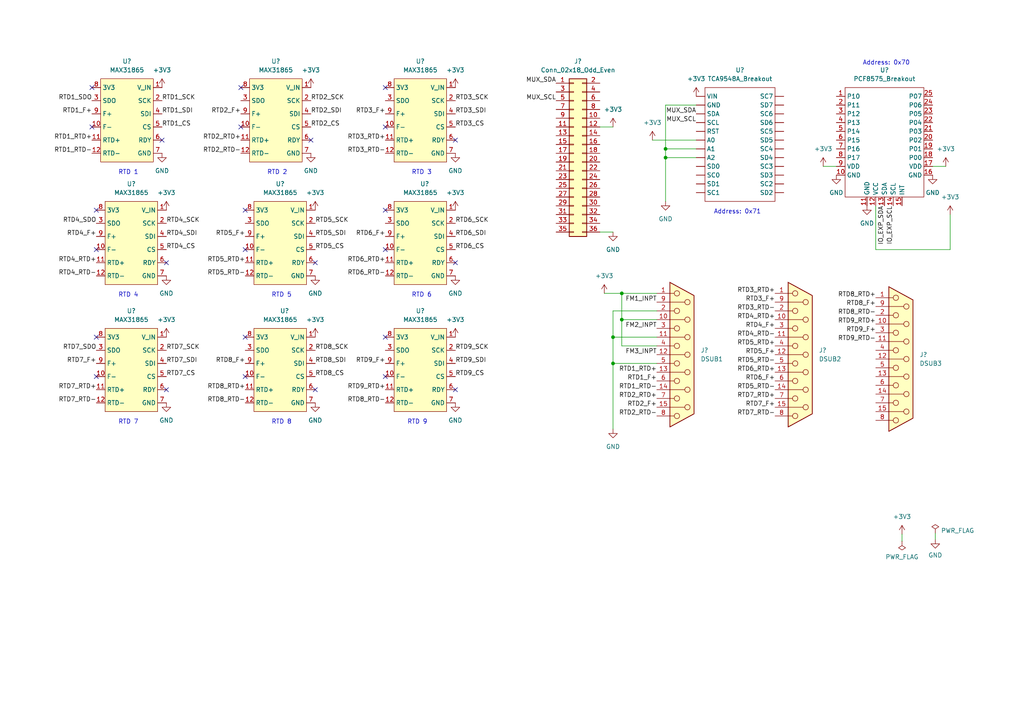
<source format=kicad_sch>
(kicad_sch (version 20211123) (generator eeschema)
  (paper "A4")
  (lib_symbols
    (symbol "Connector:DB15_Female" (pin_names (offset 1.016) hide)
      (property "Reference" "J" (at 0.508 21.59 0))
      (property "Value" "DB15_Female" (at 0 -22.225 0))
      (symbol "DB15_Female_0_1"
        (circle (center -1.778 -17.78) (radius 0.762))
        (circle (center -1.778 -12.7) (radius 0.762))
        (circle (center -1.778 -7.62) (radius 0.762))
        (circle (center -1.778 -2.54) (radius 0.762))
        (circle (center -1.778 2.54) (radius 0.762))
        (circle (center -1.778 7.62) (radius 0.762))
        (circle (center -1.778 12.7) (radius 0.762))
        (circle (center -1.778 17.78) (radius 0.762))
        (polyline (pts (xy -3.81 -17.78) (xy -2.54 -17.78)))
        (polyline (pts (xy -3.81 -15.24) (xy 0.508 -15.24)))
        (polyline (pts (xy -3.81 -12.7) (xy -2.54 -12.7)))
        (polyline (pts (xy -3.81 -10.16) (xy 0.508 -10.16)))
        (polyline (pts (xy -3.81 -7.62) (xy -2.54 -7.62)))
        (polyline (pts (xy -3.81 -5.08) (xy 0.508 -5.08)))
        (polyline (pts (xy -3.81 -2.54) (xy -2.54 -2.54)))
        (polyline (pts (xy -3.81 0) (xy 0.508 0)))
        (polyline (pts (xy -3.81 2.54) (xy -2.54 2.54)))
        (polyline (pts (xy -3.81 5.08) (xy 0.508 5.08)))
        (polyline (pts (xy -3.81 7.62) (xy -2.54 7.62)))
        (polyline (pts (xy -3.81 10.16) (xy 0.508 10.16)))
        (polyline (pts (xy -3.81 12.7) (xy -2.54 12.7)))
        (polyline (pts (xy -3.81 15.24) (xy 0.508 15.24)))
        (polyline (pts (xy -3.81 17.78) (xy -2.54 17.78)))
        (polyline (pts (xy -3.81 20.955) (xy 3.175 17.145) (xy 3.175 -17.145) (xy -3.81 -20.955) (xy -3.81 20.955)) (stroke (width 0.254)) (fill (type background)))
        (circle (center 1.27 -15.24) (radius 0.762))
        (circle (center 1.27 -10.16) (radius 0.762))
        (circle (center 1.27 -5.08) (radius 0.762))
        (circle (center 1.27 0) (radius 0.762))
        (circle (center 1.27 5.08) (radius 0.762))
        (circle (center 1.27 10.16) (radius 0.762))
        (circle (center 1.27 15.24) (radius 0.762))
      )
      (symbol "DB15_Female_1_1"
        (pin passive line (at -7.62 17.78 0) (length 3.81) (name "1") (number "1"))
        (pin passive line (at -7.62 10.16 0) (length 3.81) (name "P10") (number "10"))
        (pin passive line (at -7.62 5.08 0) (length 3.81) (name "P111") (number "11"))
        (pin passive line (at -7.62 0 0) (length 3.81) (name "P12") (number "12"))
        (pin passive line (at -7.62 -5.08 0) (length 3.81) (name "P13") (number "13"))
        (pin passive line (at -7.62 -10.16 0) (length 3.81) (name "P14") (number "14"))
        (pin passive line (at -7.62 -15.24 0) (length 3.81) (name "P15") (number "15"))
        (pin passive line (at -7.62 12.7 0) (length 3.81) (name "2") (number "2"))
        (pin passive line (at -7.62 7.62 0) (length 3.81) (name "3") (number "3"))
        (pin passive line (at -7.62 2.54 0) (length 3.81) (name "4") (number "4"))
        (pin passive line (at -7.62 -2.54 0) (length 3.81) (name "5") (number "5"))
        (pin passive line (at -7.62 -7.62 0) (length 3.81) (name "6") (number "6"))
        (pin passive line (at -7.62 -12.7 0) (length 3.81) (name "7") (number "7"))
        (pin passive line (at -7.62 -17.78 0) (length 3.81) (name "8") (number "8"))
        (pin passive line (at -7.62 15.24 0) (length 3.81) (name "P9") (number "9"))
      )
    )
    (symbol "Connector_Generic:Conn_02x18_Odd_Even" (pin_names (offset 1.016) hide)
      (property "Reference" "J" (at 1.27 22.86 0))
      (property "Value" "Conn_02x18_Odd_Even" (at 1.27 -25.4 0))
      (symbol "Conn_02x18_Odd_Even_1_1"
        (rectangle (start -1.27 -22.733) (end 0 -22.987) (stroke (width 0.1524)))
        (rectangle (start -1.27 -20.193) (end 0 -20.447) (stroke (width 0.1524)))
        (rectangle (start -1.27 -17.653) (end 0 -17.907) (stroke (width 0.1524)))
        (rectangle (start -1.27 -15.113) (end 0 -15.367) (stroke (width 0.1524)))
        (rectangle (start -1.27 -12.573) (end 0 -12.827) (stroke (width 0.1524)))
        (rectangle (start -1.27 -10.033) (end 0 -10.287) (stroke (width 0.1524)))
        (rectangle (start -1.27 -7.493) (end 0 -7.747) (stroke (width 0.1524)))
        (rectangle (start -1.27 -4.953) (end 0 -5.207) (stroke (width 0.1524)))
        (rectangle (start -1.27 -2.413) (end 0 -2.667) (stroke (width 0.1524)))
        (rectangle (start -1.27 0.127) (end 0 -0.127) (stroke (width 0.1524)))
        (rectangle (start -1.27 2.667) (end 0 2.413) (stroke (width 0.1524)))
        (rectangle (start -1.27 5.207) (end 0 4.953) (stroke (width 0.1524)))
        (rectangle (start -1.27 7.747) (end 0 7.493) (stroke (width 0.1524)))
        (rectangle (start -1.27 10.287) (end 0 10.033) (stroke (width 0.1524)))
        (rectangle (start -1.27 12.827) (end 0 12.573) (stroke (width 0.1524)))
        (rectangle (start -1.27 15.367) (end 0 15.113) (stroke (width 0.1524)))
        (rectangle (start -1.27 17.907) (end 0 17.653) (stroke (width 0.1524)))
        (rectangle (start -1.27 20.447) (end 0 20.193) (stroke (width 0.1524)))
        (rectangle (start -1.27 21.59) (end 3.81 -24.13) (stroke (width 0.254)) (fill (type background)))
        (rectangle (start 3.81 -22.733) (end 2.54 -22.987) (stroke (width 0.1524)))
        (rectangle (start 3.81 -20.193) (end 2.54 -20.447) (stroke (width 0.1524)))
        (rectangle (start 3.81 -17.653) (end 2.54 -17.907) (stroke (width 0.1524)))
        (rectangle (start 3.81 -15.113) (end 2.54 -15.367) (stroke (width 0.1524)))
        (rectangle (start 3.81 -12.573) (end 2.54 -12.827) (stroke (width 0.1524)))
        (rectangle (start 3.81 -10.033) (end 2.54 -10.287) (stroke (width 0.1524)))
        (rectangle (start 3.81 -7.493) (end 2.54 -7.747) (stroke (width 0.1524)))
        (rectangle (start 3.81 -4.953) (end 2.54 -5.207) (stroke (width 0.1524)))
        (rectangle (start 3.81 -2.413) (end 2.54 -2.667) (stroke (width 0.1524)))
        (rectangle (start 3.81 0.127) (end 2.54 -0.127) (stroke (width 0.1524)))
        (rectangle (start 3.81 2.667) (end 2.54 2.413) (stroke (width 0.1524)))
        (rectangle (start 3.81 5.207) (end 2.54 4.953) (stroke (width 0.1524)))
        (rectangle (start 3.81 7.747) (end 2.54 7.493) (stroke (width 0.1524)))
        (rectangle (start 3.81 10.287) (end 2.54 10.033) (stroke (width 0.1524)))
        (rectangle (start 3.81 12.827) (end 2.54 12.573) (stroke (width 0.1524)))
        (rectangle (start 3.81 15.367) (end 2.54 15.113) (stroke (width 0.1524)))
        (rectangle (start 3.81 17.907) (end 2.54 17.653) (stroke (width 0.1524)))
        (rectangle (start 3.81 20.447) (end 2.54 20.193) (stroke (width 0.1524)))
        (pin passive line (at -5.08 20.32 0) (length 3.81) (name "Pin_1") (number "1"))
        (pin passive line (at 7.62 10.16 180) (length 3.81) (name "Pin_10") (number "10"))
        (pin passive line (at -5.08 7.62 0) (length 3.81) (name "Pin_11") (number "11"))
        (pin passive line (at 7.62 7.62 180) (length 3.81) (name "Pin_12") (number "12"))
        (pin passive line (at -5.08 5.08 0) (length 3.81) (name "Pin_13") (number "13"))
        (pin passive line (at 7.62 5.08 180) (length 3.81) (name "Pin_14") (number "14"))
        (pin passive line (at -5.08 2.54 0) (length 3.81) (name "Pin_15") (number "15"))
        (pin passive line (at 7.62 2.54 180) (length 3.81) (name "Pin_16") (number "16"))
        (pin passive line (at -5.08 0 0) (length 3.81) (name "Pin_17") (number "17"))
        (pin passive line (at 7.62 0 180) (length 3.81) (name "Pin_18") (number "18"))
        (pin passive line (at -5.08 -2.54 0) (length 3.81) (name "Pin_19") (number "19"))
        (pin passive line (at 7.62 20.32 180) (length 3.81) (name "Pin_2") (number "2"))
        (pin passive line (at 7.62 -2.54 180) (length 3.81) (name "Pin_20") (number "20"))
        (pin passive line (at -5.08 -5.08 0) (length 3.81) (name "Pin_21") (number "21"))
        (pin passive line (at 7.62 -5.08 180) (length 3.81) (name "Pin_22") (number "22"))
        (pin passive line (at -5.08 -7.62 0) (length 3.81) (name "Pin_23") (number "23"))
        (pin passive line (at 7.62 -7.62 180) (length 3.81) (name "Pin_24") (number "24"))
        (pin passive line (at -5.08 -10.16 0) (length 3.81) (name "Pin_25") (number "25"))
        (pin passive line (at 7.62 -10.16 180) (length 3.81) (name "Pin_26") (number "26"))
        (pin passive line (at -5.08 -12.7 0) (length 3.81) (name "Pin_27") (number "27"))
        (pin passive line (at 7.62 -12.7 180) (length 3.81) (name "Pin_28") (number "28"))
        (pin passive line (at -5.08 -15.24 0) (length 3.81) (name "Pin_29") (number "29"))
        (pin passive line (at -5.08 17.78 0) (length 3.81) (name "Pin_3") (number "3"))
        (pin passive line (at 7.62 -15.24 180) (length 3.81) (name "Pin_30") (number "30"))
        (pin passive line (at -5.08 -17.78 0) (length 3.81) (name "Pin_31") (number "31"))
        (pin passive line (at 7.62 -17.78 180) (length 3.81) (name "Pin_32") (number "32"))
        (pin passive line (at -5.08 -20.32 0) (length 3.81) (name "Pin_33") (number "33"))
        (pin passive line (at 7.62 -20.32 180) (length 3.81) (name "Pin_34") (number "34"))
        (pin passive line (at -5.08 -22.86 0) (length 3.81) (name "Pin_35") (number "35"))
        (pin passive line (at 7.62 -22.86 180) (length 3.81) (name "Pin_36") (number "36"))
        (pin passive line (at 7.62 17.78 180) (length 3.81) (name "Pin_4") (number "4"))
        (pin passive line (at -5.08 15.24 0) (length 3.81) (name "Pin_5") (number "5"))
        (pin passive line (at 7.62 15.24 180) (length 3.81) (name "Pin_6") (number "6"))
        (pin passive line (at -5.08 12.7 0) (length 3.81) (name "Pin_7") (number "7"))
        (pin passive line (at 7.62 12.7 180) (length 3.81) (name "Pin_8") (number "8"))
        (pin passive line (at -5.08 10.16 0) (length 3.81) (name "Pin_9") (number "9"))
      )
    )
    (symbol "MAX31865:MAX31865"
      (property "Reference" "U" (at 0 11.43 0))
      (property "Value" "MAX31865" (at 0 8.89 0))
      (symbol "MAX31865_0_1"
        (rectangle (start -6.35 6.35) (end 8.89 -17.78) (fill (type background)))
      )
      (symbol "MAX31865_1_1"
        (pin power_in line (at 11.43 3.81 180) (length 2.54) (name "V_IN") (number "1"))
        (pin input line (at -8.89 -7.62 0) (length 2.54) (name "F-") (number "10"))
        (pin input line (at -8.89 -11.43 0) (length 2.54) (name "RTD+") (number "11"))
        (pin input line (at -8.89 -15.24 0) (length 2.54) (name "RTD-") (number "12"))
        (pin input line (at 11.43 0 180) (length 2.54) (name "SCK") (number "2"))
        (pin output line (at -8.89 0 0) (length 2.54) (name "SDO") (number "3"))
        (pin input line (at 11.43 -3.81 180) (length 2.54) (name "SDI") (number "4"))
        (pin input line (at 11.43 -7.62 180) (length 2.54) (name "CS") (number "5"))
        (pin input line (at 11.43 -11.43 180) (length 2.54) (name "RDY") (number "6"))
        (pin power_in line (at 11.43 -15.24 180) (length 2.54) (name "GND") (number "7"))
        (pin power_out line (at -8.89 3.81 0) (length 2.54) (name "3V3") (number "8"))
        (pin input line (at -8.89 -3.81 0) (length 2.54) (name "F+") (number "9"))
      )
    )
    (symbol "PCF8575_Breakout:PCF8575_Breakout"
      (property "Reference" "U" (at 0 19.05 0))
      (property "Value" "PCF8575_Breakout" (at 0 16.51 0))
      (symbol "PCF8575_Breakout_0_1"
        (rectangle (start -11.43 13.97) (end 11.43 -17.78))
      )
      (symbol "PCF8575_Breakout_1_1"
        (pin bidirectional line (at -13.97 11.43 0) (length 2.54) (name "P10") (number "1"))
        (pin power_in line (at -13.97 -11.43 0) (length 2.54) (name "GND") (number "10"))
        (pin power_in line (at -5.08 -20.32 90) (length 2.54) (name "GND") (number "11"))
        (pin power_in line (at -2.54 -20.32 90) (length 2.54) (name "VCC") (number "12"))
        (pin bidirectional line (at 0 -20.32 90) (length 2.54) (name "SDA") (number "13"))
        (pin input line (at 2.54 -20.32 90) (length 2.54) (name "SCL") (number "14"))
        (pin output line (at 5.08 -20.32 90) (length 2.54) (name "INT") (number "15"))
        (pin power_in line (at 13.97 -11.43 180) (length 2.54) (name "GND") (number "16"))
        (pin power_in line (at 13.97 -8.89 180) (length 2.54) (name "VDD") (number "17"))
        (pin bidirectional line (at 13.97 -6.35 180) (length 2.54) (name "P00") (number "18"))
        (pin bidirectional line (at 13.97 -3.81 180) (length 2.54) (name "P01") (number "19"))
        (pin bidirectional line (at -13.97 8.89 0) (length 2.54) (name "P11") (number "2"))
        (pin bidirectional line (at 13.97 -1.27 180) (length 2.54) (name "P02") (number "20"))
        (pin bidirectional line (at 13.97 1.27 180) (length 2.54) (name "P03") (number "21"))
        (pin bidirectional line (at 13.97 3.81 180) (length 2.54) (name "P04") (number "22"))
        (pin bidirectional line (at 13.97 6.35 180) (length 2.54) (name "P05") (number "23"))
        (pin bidirectional line (at 13.97 8.89 180) (length 2.54) (name "P06") (number "24"))
        (pin bidirectional line (at 13.97 11.43 180) (length 2.54) (name "P07") (number "25"))
        (pin bidirectional line (at -13.97 6.35 0) (length 2.54) (name "P12") (number "3"))
        (pin bidirectional line (at -13.97 3.81 0) (length 2.54) (name "P13") (number "4"))
        (pin bidirectional line (at -13.97 1.27 0) (length 2.54) (name "P14") (number "5"))
        (pin bidirectional line (at -13.97 -1.27 0) (length 2.54) (name "P15") (number "6"))
        (pin bidirectional line (at -13.97 -3.81 0) (length 2.54) (name "P16") (number "7"))
        (pin bidirectional line (at -13.97 -6.35 0) (length 2.54) (name "P17") (number "8"))
        (pin power_in line (at -13.97 -8.89 0) (length 2.54) (name "VDD") (number "9"))
      )
    )
    (symbol "TCA9548A_Breakout:TCA9548A_Breakout"
      (property "Reference" "U" (at 0 16.51 0))
      (property "Value" "TCA9548A_Breakout" (at 0 13.97 0))
      (symbol "TCA9548A_Breakout_0_1"
        (rectangle (start -10.16 11.43) (end 10.16 -21.59))
      )
      (symbol "TCA9548A_Breakout_1_1"
        (pin input line (at -12.7 -3.81 0) (length 2.54) (name "A0") (number ""))
        (pin input line (at -12.7 -6.35 0) (length 2.54) (name "A1") (number ""))
        (pin input line (at -12.7 -8.89 0) (length 2.54) (name "A2") (number ""))
        (pin power_in line (at -12.7 6.35 0) (length 2.54) (name "GND") (number ""))
        (pin input line (at -12.7 -1.27 0) (length 2.54) (name "RST") (number ""))
        (pin output line (at -12.7 -13.97 0) (length 2.54) (name "SC0") (number ""))
        (pin output line (at -12.7 -19.05 0) (length 2.54) (name "SC1") (number ""))
        (pin output line (at 12.7 -16.51 180) (length 2.54) (name "SC2") (number ""))
        (pin output line (at 12.7 -11.43 180) (length 2.54) (name "SC3") (number ""))
        (pin output line (at 12.7 -6.35 180) (length 2.54) (name "SC4") (number ""))
        (pin output line (at 12.7 -1.27 180) (length 2.54) (name "SC5") (number ""))
        (pin output line (at 12.7 3.81 180) (length 2.54) (name "SC6") (number ""))
        (pin output line (at 12.7 8.89 180) (length 2.54) (name "SC7") (number ""))
        (pin input line (at -12.7 1.27 0) (length 2.54) (name "SCL") (number ""))
        (pin bidirectional line (at -12.7 -11.43 0) (length 2.54) (name "SD0") (number ""))
        (pin bidirectional line (at -12.7 -16.51 0) (length 2.54) (name "SD1") (number ""))
        (pin bidirectional line (at 12.7 -19.05 180) (length 2.54) (name "SD2") (number ""))
        (pin bidirectional line (at 12.7 -13.97 180) (length 2.54) (name "SD3") (number ""))
        (pin bidirectional line (at 12.7 -8.89 180) (length 2.54) (name "SD4") (number ""))
        (pin bidirectional line (at 12.7 -3.81 180) (length 2.54) (name "SD5") (number ""))
        (pin bidirectional line (at 12.7 1.27 180) (length 2.54) (name "SD6") (number ""))
        (pin bidirectional line (at 12.7 6.35 180) (length 2.54) (name "SD7") (number ""))
        (pin bidirectional line (at -12.7 3.81 0) (length 2.54) (name "SDA") (number ""))
        (pin power_in line (at -12.7 8.89 0) (length 2.54) (name "VIN") (number ""))
      )
    )
    (symbol "power:+3.3V" (power) (pin_names (offset 0))
      (property "Value" "+3.3V" (at 0 3.556 0))
      (symbol "+3.3V_0_1"
        (polyline (pts (xy -0.762 1.27) (xy 0 2.54)))
        (polyline (pts (xy 0 0) (xy 0 2.54)))
        (polyline (pts (xy 0 2.54) (xy 0.762 1.27)))
      )
      (symbol "+3.3V_1_1"
        (pin power_in line (at 0 0 90) (length 0) hide (name "+3V3") (number "1"))
      )
    )
    (symbol "power:GND" (power) (pin_names (offset 0))
      (property "Value" "GND" (at 0 -3.81 0))
      (symbol "GND_0_1"
        (polyline (pts (xy 0 0) (xy 0 -1.27) (xy 1.27 -1.27) (xy 0 -2.54) (xy -1.27 -1.27) (xy 0 -1.27)))
      )
      (symbol "GND_1_1"
        (pin power_in line (at 0 0 270) (length 0) hide (name "GND") (number "1"))
      )
    )
    (symbol "power:PWR_FLAG" (power) (pin_numbers hide) (pin_names (offset 0) hide)
      (property "Value" "PWR_FLAG" (at 0 3.81 0))
      (symbol "PWR_FLAG_0_0"
        (pin power_out line (at 0 0 90) (length 0) (name "pwr") (number "1"))
      )
      (symbol "PWR_FLAG_0_1"
        (polyline (pts (xy 0 0) (xy 0 1.27) (xy -1.016 1.905) (xy 0 2.54) (xy 1.016 1.905) (xy 0 1.27)))
      )
    )
  )
  (junction (at 177.8 105.41))
  (junction (at 180.34 85.09))
  (junction (at 177.8 97.79))
  (junction (at 193.04 45.72))
  (junction (at 180.34 92.71))
  (junction (at 193.04 43.18))
  (no_connect (at 71.12 97.79))
  (no_connect (at 132.08 113.03))
  (no_connect (at 91.44 113.03))
  (no_connect (at 46.99 40.64))
  (no_connect (at 27.94 60.96))
  (no_connect (at 27.94 97.79))
  (no_connect (at 111.76 97.79))
  (no_connect (at 90.17 40.64))
  (no_connect (at 48.26 113.03))
  (no_connect (at 48.26 76.2))
  (no_connect (at 132.08 40.64))
  (no_connect (at 26.67 36.83))
  (no_connect (at 69.85 25.4))
  (no_connect (at 71.12 60.96))
  (no_connect (at 111.76 25.4))
  (no_connect (at 111.76 60.96))
  (no_connect (at 132.08 76.2))
  (no_connect (at 71.12 109.22))
  (no_connect (at 27.94 72.39))
  (no_connect (at 71.12 72.39))
  (no_connect (at 27.94 109.22))
  (no_connect (at 111.76 72.39))
  (no_connect (at 111.76 109.22))
  (no_connect (at 111.76 36.83))
  (no_connect (at 69.85 36.83))
  (no_connect (at 26.67 25.4))
  (no_connect (at 91.44 76.2))
  (wire (pts (xy 254 59.69) (xy 254 72.39)))
  (wire (pts (xy 180.34 85.09) (xy 190.5 85.09)))
  (wire (pts (xy 193.04 45.72) (xy 193.04 58.42)))
  (wire (pts (xy 275.59 72.39) (xy 275.59 62.23)))
  (wire (pts (xy 190.5 90.17) (xy 177.8 90.17)))
  (wire (pts (xy 175.26 85.09) (xy 180.34 85.09)))
  (wire (pts (xy 190.5 97.79) (xy 177.8 97.79)))
  (wire (pts (xy 173.99 67.31) (xy 177.8 67.31)))
  (wire (pts (xy 270.51 48.26) (xy 274.32 48.26)))
  (wire (pts (xy 238.76 48.26) (xy 242.57 48.26)))
  (wire (pts (xy 177.8 90.17) (xy 177.8 97.79)))
  (wire (pts (xy 254 72.39) (xy 275.59 72.39)))
  (wire (pts (xy 180.34 85.09) (xy 180.34 92.71)))
  (wire (pts (xy 173.99 36.83) (xy 177.8 36.83)))
  (wire (pts (xy 193.04 45.72) (xy 201.93 45.72)))
  (wire (pts (xy 193.04 30.48) (xy 193.04 43.18)))
  (wire (pts (xy 193.04 43.18) (xy 193.04 45.72)))
  (wire (pts (xy 177.8 97.79) (xy 177.8 105.41)))
  (wire (pts (xy 190.5 92.71) (xy 180.34 92.71)))
  (wire (pts (xy 201.93 30.48) (xy 193.04 30.48)))
  (wire (pts (xy 189.23 40.64) (xy 201.93 40.64)))
  (wire (pts (xy 261.62 154.94) (xy 261.62 156.972)))
  (wire (pts (xy 190.5 100.33) (xy 180.34 100.33)))
  (wire (pts (xy 177.8 105.41) (xy 190.5 105.41)))
  (wire (pts (xy 180.34 92.71) (xy 180.34 100.33)))
  (wire (pts (xy 177.8 105.41) (xy 177.8 124.46)))
  (wire (pts (xy 201.93 43.18) (xy 193.04 43.18)))
  (wire (pts (xy 271.272 154.686) (xy 271.272 156.464)))
  (text "RTD 3\n" (at 119.38 50.8 0) (effects (font (size 1.27 1.27)) (justify left bottom)))
  (text "RTD 8\n" (at 78.74 123.19 0) (effects (font (size 1.27 1.27)) (justify left bottom)))
  (text "RTD 4\n" (at 34.29 86.36 0) (effects (font (size 1.27 1.27)) (justify left bottom)))
  (text "Address: 0x70" (at 250.19 19.05 0) (effects (font (size 1.27 1.27)) (justify left bottom)))
  (text "RTD 6\n" (at 119.38 86.36 0) (effects (font (size 1.27 1.27)) (justify left bottom)))
  (text "RTD 7\n" (at 34.29 123.19 0) (effects (font (size 1.27 1.27)) (justify left bottom)))
  (text "Address: 0x71\n" (at 207.01 62.23 0) (effects (font (size 1.27 1.27)) (justify left bottom)))
  (text "RTD 9\n" (at 118.11 123.19 0) (effects (font (size 1.27 1.27)) (justify left bottom)))
  (text "RTD 2" (at 77.47 50.8 0) (effects (font (size 1.27 1.27)) (justify left bottom)))
  (text "RTD 1" (at 34.29 50.8 0) (effects (font (size 1.27 1.27)) (justify left bottom)))
  (text "RTD 5\n" (at 78.74 86.36 0) (effects (font (size 1.27 1.27)) (justify left bottom)))
  (label "RTD4_RTD+" (at 224.79 92.71 180))
  (label "MUX_SDA" (at 161.29 24.13 180))
  (label "RTD8_SCK" (at 91.44 101.6 0))
  (label "RTD8_F+" (at 254 88.9 180))
  (label "RTD9_CS" (at 132.08 109.22 0))
  (label "RTD8_RTD+" (at 71.12 113.03 180))
  (label "RTD8_RTD-" (at 111.76 116.84 180))
  (label "FM3_INPT" (at 190.5 102.87 180))
  (label "RTD4_SDI" (at 48.26 68.58 0))
  (label "RTD1_SDI" (at 46.99 33.02 0))
  (label "RTD2_CS" (at 90.17 36.83 0))
  (label "RTD8_SDI" (at 91.44 105.41 0))
  (label "MUX_SCL" (at 201.93 35.56 180))
  (label "RTD1_F+" (at 26.67 33.02 180))
  (label "MUX_SDA" (at 201.93 33.02 180))
  (label "RTD7_SDO" (at 27.94 101.6 180))
  (label "RTD5_SCK" (at 91.44 64.77 0))
  (label "RTD5_CS" (at 91.44 72.39 0))
  (label "RTD7_F+" (at 224.79 118.11 180))
  (label "RTD9_RTD+" (at 254 93.98 180))
  (label "RTD8_RTD-" (at 254 91.44 180))
  (label "RTD9_SCK" (at 132.08 101.6 0))
  (label "RTD4_SDO" (at 27.94 64.77 180))
  (label "RTD6_RTD+" (at 224.79 107.95 180))
  (label "RTD1_RTD-" (at 26.67 44.45 180))
  (label "RTD1_CS" (at 46.99 36.83 0))
  (label "RTD1_RTD+" (at 190.5 107.95 180))
  (label "RTD2_RTD-" (at 69.85 44.45 180))
  (label "RTD5_SDI" (at 91.44 68.58 0))
  (label "RTD5_RTD-" (at 71.12 80.01 180))
  (label "RTD7_RTD+" (at 224.79 115.57 180))
  (label "RTD6_F+" (at 111.76 68.58 180))
  (label "RTD9_RTD-" (at 254 99.06 180))
  (label "RTD3_SCK" (at 132.08 29.21 0))
  (label "RTD4_RTD-" (at 27.94 80.01 180))
  (label "RTD2_RTD-" (at 190.5 120.65 180))
  (label "RTD2_RTD+" (at 190.5 115.57 180))
  (label "RTD3_CS" (at 132.08 36.83 0))
  (label "RTD9_F+" (at 254 96.52 180))
  (label "MUX_SCL" (at 161.29 29.21 180))
  (label "RTD5_F+" (at 224.79 102.87 180))
  (label "RTD3_SDI" (at 132.08 33.02 0))
  (label "RTD7_F+" (at 27.94 105.41 180))
  (label "RTD2_F+" (at 190.5 118.11 180))
  (label "RTD4_F+" (at 27.94 68.58 180))
  (label "RTD5_F+" (at 71.12 68.58 180))
  (label "RTD7_SCK" (at 48.26 101.6 0))
  (label "RTD3_RTD-" (at 224.79 90.17 180))
  (label "RTD6_SCK" (at 132.08 64.77 0))
  (label "RTD1_F+" (at 190.5 110.49 180))
  (label "RTD7_SDI" (at 48.26 105.41 0))
  (label "RTD3_RTD+" (at 224.79 85.09 180))
  (label "RTD2_RTD+" (at 69.85 40.64 180))
  (label "RTD5_RTD+" (at 71.12 76.2 180))
  (label "RTD4_CS" (at 48.26 72.39 0))
  (label "RTD1_SDO" (at 26.67 29.21 180))
  (label "RTD4_RTD+" (at 27.94 76.2 180))
  (label "RTD6_CS" (at 132.08 72.39 0))
  (label "RTD3_F+" (at 224.79 87.63 180))
  (label "RTD3_RTD+" (at 111.76 40.64 180))
  (label "RTD4_F+" (at 224.79 95.25 180))
  (label "RTD8_RTD-" (at 71.12 116.84 180))
  (label "RTD1_RTD+" (at 26.67 40.64 180))
  (label "RTD9_F+" (at 111.76 105.41 180))
  (label "RTD9_SDI" (at 132.08 105.41 0))
  (label "RTD1_RTD-" (at 190.5 113.03 180))
  (label "RTD6_F+" (at 224.79 110.49 180))
  (label "RTD8_F+" (at 71.12 105.41 180))
  (label "RTD9_RTD+" (at 111.76 113.03 180))
  (label "RTD1_SCK" (at 46.99 29.21 0))
  (label "IO_EXP_SCL" (at 259.08 59.69 270))
  (label "RTD3_F+" (at 111.76 33.02 180))
  (label "RTD7_RTD-" (at 27.94 116.84 180))
  (label "RTD7_CS" (at 48.26 109.22 0))
  (label "RTD6_RTD-" (at 111.76 80.01 180))
  (label "RTD5_RTD+" (at 224.79 100.33 180))
  (label "RTD2_SDI" (at 90.17 33.02 0))
  (label "FM2_INPT" (at 190.5 95.25 180))
  (label "RTD6_RTD+" (at 111.76 76.2 180))
  (label "RTD4_SCK" (at 48.26 64.77 0))
  (label "RTD2_F+" (at 69.85 33.02 180))
  (label "RTD4_RTD-" (at 224.79 97.79 180))
  (label "RTD8_CS" (at 91.44 109.22 0))
  (label "RTD8_RTD+" (at 254 86.36 180))
  (label "RTD7_RTD+" (at 27.94 113.03 180))
  (label "RTD3_RTD-" (at 111.76 44.45 180))
  (label "RTD6_SDI" (at 132.08 68.58 0))
  (label "RTD2_SCK" (at 90.17 29.21 0))
  (label "IO_EXP_SDA" (at 256.54 59.69 270))
  (label "RTD5_RTD-" (at 224.79 105.41 180))
  (label "RTD5_RTD-" (at 224.79 113.03 180))
  (label "RTD7_RTD-" (at 224.79 120.65 180))
  (label "FM1_INPT" (at 190.5 87.63 180))
  (symbol (lib_id "power:GND") (at 91.44 80.01 0) (unit 1)
    (property "Reference" "#PWR?" (effects hide))
    (property "Value" "GND" (at 91.44 85.09 0))
  )
  (symbol (lib_id "MAX31865:MAX31865") (at 120.65 101.6 0) (unit 1)
    (property "Reference" "U?" (at 121.92 90.17 0))
    (property "Value" "MAX31865" (at 121.92 92.71 0))
  )
  (symbol (lib_id "power:+3.3V") (at 132.08 97.79 0) (unit 1)
    (property "Reference" "#PWR?" (effects hide))
    (property "Value" "+3.3V" (at 132.08 92.71 0))
  )
  (symbol (lib_id "power:+3.3V") (at 274.32 48.26 0) (unit 1)
    (property "Reference" "#PWR?" (effects hide))
    (property "Value" "+3.3V" (at 274.32 43.18 0))
  )
  (symbol (lib_id "MAX31865:MAX31865") (at 35.56 29.21 0) (unit 1)
    (property "Reference" "U?" (at 36.83 17.78 0))
    (property "Value" "MAX31865" (at 36.83 20.32 0))
  )
  (symbol (lib_id "power:PWR_FLAG") (at 261.62 156.972 180) (unit 1)
    (property "Reference" "#FLG?" (effects hide))
    (property "Value" "PWR_FLAG" (at 261.62 161.5345 0))
  )
  (symbol (lib_id "power:GND") (at 242.57 50.8 0) (unit 1)
    (property "Reference" "#PWR?" (effects hide))
    (property "Value" "GND" (at 242.57 55.88 0))
  )
  (symbol (lib_id "power:GND") (at 132.08 116.84 0) (unit 1)
    (property "Reference" "#PWR?" (effects hide))
    (property "Value" "GND" (at 132.08 121.92 0))
  )
  (symbol (lib_id "power:GND") (at 177.8 67.31 0) (unit 1)
    (property "Reference" "#PWR?" (effects hide))
    (property "Value" "GND" (at 177.8 72.39 0))
  )
  (symbol (lib_id "MAX31865:MAX31865") (at 36.83 101.6 0) (unit 1)
    (property "Reference" "U?" (at 38.1 90.17 0))
    (property "Value" "MAX31865" (at 38.1 92.71 0))
  )
  (symbol (lib_id "Connector_Generic:Conn_02x18_Odd_Even") (at 166.37 44.45 0) (unit 1)
    (property "Reference" "J?" (at 167.64 17.78 0))
    (property "Value" "Conn_02x18_Odd_Even" (at 167.64 20.32 0))
  )
  (symbol (lib_id "Connector:DB15_Female") (at 198.12 102.87 0) (unit 1)
    (property "Reference" "J?" (at 203.2 101.5999 0) (effects (justify left)))
    (property "Value" "DSUB1" (at 203.2 104.1399 0) (effects (justify left)))
    (property "Datasheet" " ~" (effects hide))
  )
  (symbol (lib_id "power:+3.3V") (at 91.44 97.79 0) (unit 1)
    (property "Reference" "#PWR?" (effects hide))
    (property "Value" "+3.3V" (at 91.44 92.71 0))
  )
  (symbol (lib_id "MAX31865:MAX31865") (at 78.74 29.21 0) (unit 1)
    (property "Reference" "U?" (at 80.01 17.78 0))
    (property "Value" "MAX31865" (at 80.01 20.32 0))
  )
  (symbol (lib_id "power:GND") (at 46.99 44.45 0) (unit 1)
    (property "Reference" "#PWR?" (effects hide))
    (property "Value" "GND" (at 46.99 49.53 0))
  )
  (symbol (lib_id "power:GND") (at 132.08 44.45 0) (unit 1)
    (property "Reference" "#PWR?" (effects hide))
    (property "Value" "GND" (at 132.08 49.53 0))
  )
  (symbol (lib_id "power:GND") (at 270.51 50.8 0) (unit 1)
    (property "Reference" "#PWR?" (effects hide))
    (property "Value" "GND" (at 270.51 55.88 0))
  )
  (symbol (lib_id "power:GND") (at 90.17 44.45 0) (unit 1)
    (property "Reference" "#PWR?" (effects hide))
    (property "Value" "GND" (at 90.17 49.53 0))
  )
  (symbol (lib_id "power:+3.3V") (at 238.76 48.26 0) (unit 1)
    (property "Reference" "#PWR?" (effects hide))
    (property "Value" "+3.3V" (at 238.76 43.18 0))
  )
  (symbol (lib_id "power:GND") (at 132.08 80.01 0) (unit 1)
    (property "Reference" "#PWR?" (effects hide))
    (property "Value" "GND" (at 132.08 85.09 0))
  )
  (symbol (lib_id "MAX31865:MAX31865") (at 120.65 64.77 0) (unit 1)
    (property "Reference" "U?" (at 123.19 53.34 0))
    (property "Value" "MAX31865" (at 121.92 55.88 0))
  )
  (symbol (lib_id "power:+3.3V") (at 132.08 25.4 0) (unit 1)
    (property "Reference" "#PWR?" (effects hide))
    (property "Value" "+3.3V" (at 132.08 20.32 0))
  )
  (symbol (lib_id "power:GND") (at 48.26 116.84 0) (unit 1)
    (property "Reference" "#PWR?" (effects hide))
    (property "Value" "GND" (at 48.26 121.92 0))
  )
  (symbol (lib_id "power:GND") (at 271.272 156.464 0) (unit 1)
    (property "Reference" "#PWR?" (effects hide))
    (property "Value" "GND" (at 271.272 161.0265 0))
  )
  (symbol (lib_id "TCA9548A_Breakout:TCA9548A_Breakout") (at 214.63 36.83 0) (unit 1)
    (property "Reference" "U?" (at 214.63 20.32 0))
    (property "Value" "TCA9548A_Breakout" (at 214.63 22.86 0))
  )
  (symbol (lib_id "power:GND") (at 251.46 59.69 0) (unit 1)
    (property "Reference" "#PWR?" (effects hide))
    (property "Value" "GND" (at 251.46 64.77 0))
  )
  (symbol (lib_id "power:+3.3V") (at 175.26 85.09 0) (unit 1)
    (property "Reference" "#PWR?" (effects hide))
    (property "Value" "+3.3V" (at 175.26 80.01 0))
  )
  (symbol (lib_id "MAX31865:MAX31865") (at 120.65 29.21 0) (unit 1)
    (property "Reference" "U?" (at 121.92 17.78 0))
    (property "Value" "MAX31865" (at 121.92 20.32 0))
  )
  (symbol (lib_id "power:+3.3V") (at 90.17 25.4 0) (unit 1)
    (property "Reference" "#PWR?" (effects hide))
    (property "Value" "+3.3V" (at 90.17 20.32 0))
  )
  (symbol (lib_id "power:GND") (at 193.04 58.42 0) (unit 1)
    (property "Reference" "#PWR?" (effects hide))
    (property "Value" "GND" (at 193.04 63.5 0))
  )
  (symbol (lib_id "power:+3.3V") (at 275.59 62.23 0) (unit 1)
    (property "Reference" "#PWR?" (effects hide))
    (property "Value" "+3.3V" (at 275.59 57.15 0))
  )
  (symbol (lib_id "power:+3.3V") (at 201.93 27.94 0) (unit 1)
    (property "Reference" "#PWR?" (effects hide))
    (property "Value" "+3.3V" (at 201.93 22.86 0))
  )
  (symbol (lib_id "MAX31865:MAX31865") (at 36.83 64.77 0) (unit 1)
    (property "Reference" "U?" (at 38.1 53.34 0))
    (property "Value" "MAX31865" (at 38.1 55.88 0))
  )
  (symbol (lib_id "power:+3.3V") (at 46.99 25.4 0) (unit 1)
    (property "Reference" "#PWR?" (effects hide))
    (property "Value" "+3.3V" (at 46.99 20.32 0))
  )
  (symbol (lib_id "MAX31865:MAX31865") (at 80.01 101.6 0) (unit 1)
    (property "Reference" "U?" (at 82.55 90.17 0))
    (property "Value" "MAX31865" (at 81.28 92.71 0))
  )
  (symbol (lib_id "power:+3.3V") (at 177.8 36.83 0) (unit 1)
    (property "Reference" "#PWR?" (effects hide))
    (property "Value" "+3.3V" (at 177.8 31.75 0))
  )
  (symbol (lib_id "power:GND") (at 91.44 116.84 0) (unit 1)
    (property "Reference" "#PWR?" (effects hide))
    (property "Value" "GND" (at 91.44 121.92 0))
  )
  (symbol (lib_id "power:+3.3V") (at 91.44 60.96 0) (unit 1)
    (property "Reference" "#PWR?" (effects hide))
    (property "Value" "+3.3V" (at 91.44 55.88 0))
  )
  (symbol (lib_id "power:GND") (at 177.8 124.46 0) (unit 1)
    (property "Reference" "#PWR?" (effects hide))
    (property "Value" "GND" (at 177.8 129.54 0))
  )
  (symbol (lib_id "power:+3.3V") (at 132.08 60.96 0) (unit 1)
    (property "Reference" "#PWR?" (effects hide))
    (property "Value" "+3.3V" (at 132.08 55.88 0))
  )
  (symbol (lib_id "Connector:DB15_Female") (at 232.41 102.87 0) (unit 1)
    (property "Reference" "J?" (at 237.49 101.5999 0) (effects (justify left)))
    (property "Value" "DSUB2" (at 237.49 104.1399 0) (effects (justify left)))
    (property "Datasheet" " ~" (effects hide))
  )
  (symbol (lib_id "MAX31865:MAX31865") (at 80.01 64.77 0) (unit 1)
    (property "Reference" "U?" (at 81.28 53.34 0))
    (property "Value" "MAX31865" (at 81.28 55.88 0))
  )
  (symbol (lib_id "Connector:DB15_Female") (at 261.62 104.14 0) (unit 1)
    (property "Reference" "J?" (at 266.7 102.8699 0) (effects (justify left)))
    (property "Value" "DSUB3" (at 266.7 105.4099 0) (effects (justify left)))
    (property "Datasheet" " ~" (effects hide))
  )
  (symbol (lib_id "power:+3.3V") (at 48.26 97.79 0) (unit 1)
    (property "Reference" "#PWR?" (effects hide))
    (property "Value" "+3.3V" (at 48.26 92.71 0))
  )
  (symbol (lib_id "power:+3.3V") (at 261.62 154.94 0) (unit 1)
    (property "Reference" "#PWR?" (effects hide))
    (property "Value" "+3.3V" (at 261.62 149.86 0))
  )
  (symbol (lib_id "power:GND") (at 48.26 80.01 0) (unit 1)
    (property "Reference" "#PWR?" (effects hide))
    (property "Value" "GND" (at 48.26 85.09 0))
  )
  (symbol (lib_id "PCF8575_Breakout:PCF8575_Breakout") (at 256.54 39.37 0) (unit 1)
    (property "Reference" "U?" (at 256.54 20.32 0))
    (property "Value" "PCF8575_Breakout" (at 256.54 22.86 0))
  )
  (symbol (lib_id "power:+3.3V") (at 48.26 60.96 0) (unit 1)
    (property "Reference" "#PWR?" (effects hide))
    (property "Value" "+3.3V" (at 48.26 55.88 0))
  )
  (symbol (lib_id "power:+3.3V") (at 189.23 40.64 0) (unit 1)
    (property "Reference" "#PWR?" (effects hide))
    (property "Value" "+3.3V" (at 189.23 35.56 0))
  )
  (symbol (lib_id "power:PWR_FLAG") (at 271.272 154.686 0) (unit 1)
    (property "Reference" "#FLG?" (effects hide))
    (property "Value" "PWR_FLAG" (at 272.923 153.895 0) (effects (justify left)))
  )
)
</source>
